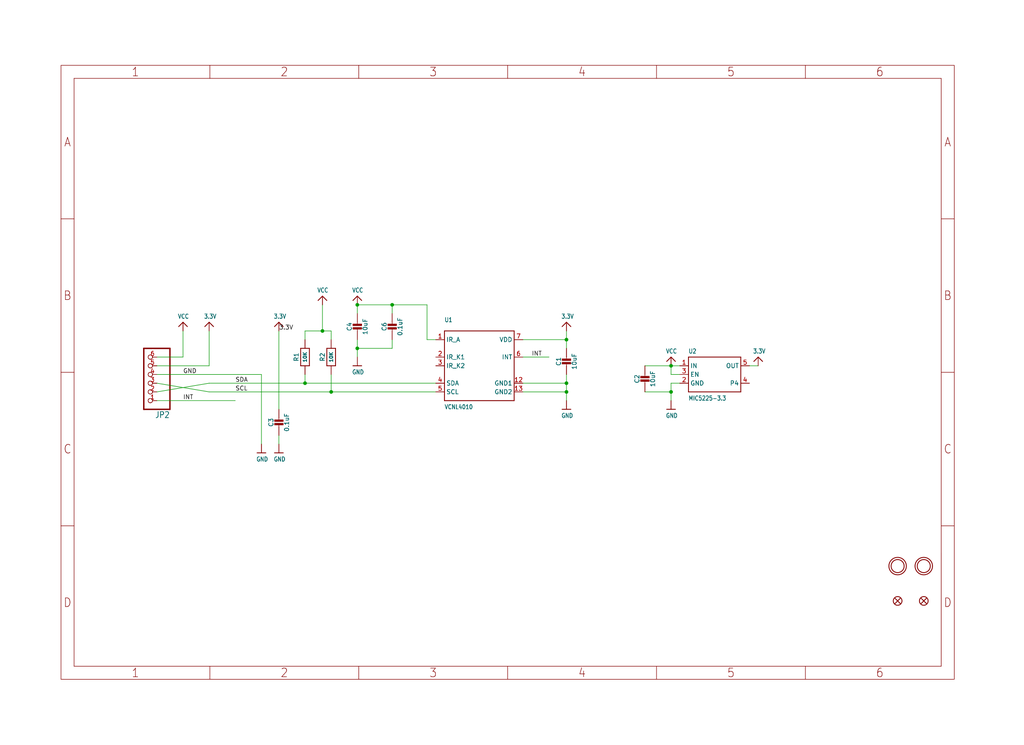
<source format=kicad_sch>
(kicad_sch (version 20230121) (generator eeschema)
  (paper "User" 298.45 217.322)
  (lib_symbols
    (symbol "working-eagle-import:3.3V" (power)
      (property "Value" "3.3V" (at -1.524 1.016 0))
      (symbol "3.3V_1_0"
        (polyline (pts (xy -1.27 -1.27) (xy 0 0)) (stroke (width 0.254)))
        (polyline (pts (xy 0 0) (xy 1.27 -1.27)) (stroke (width 0.254)))
        (pin power_in line (at 0 -2.54 90) (length 2.54) (name "3.3V") (number "1"))
      )
    )
    (symbol "working-eagle-import:CAP_CERAMIC0805-NOOUTLINE"
      (property "Reference" "C" (at -2.29 1.25 90))
      (symbol "CAP_CERAMIC0805-NOOUTLINE_1_0"
        (rectangle (start -1.27 0.508) (end 1.27 1.016) (fill (type outline)))
        (rectangle (start -1.27 1.524) (end 1.27 2.032) (fill (type outline)))
        (polyline (pts (xy 0 0.762) (xy 0 0)) (stroke (width 0.1524)))
        (polyline (pts (xy 0 2.54) (xy 0 1.778)) (stroke (width 0.1524)))
        (pin passive line (at 0 5.08 270) (length 2.54) (name "1") (number "1"))
        (pin passive line (at 0 -2.54 90) (length 2.54) (name "2") (number "2"))
      )
    )
    (symbol "working-eagle-import:FIDUCIAL{dblquote}{dblquote}"
      (symbol "FIDUCIAL{dblquote}{dblquote}_1_0"
        (polyline (pts (xy -0.762 0.762) (xy 0.762 -0.762)) (stroke (width 0.254)))
        (polyline (pts (xy 0.762 0.762) (xy -0.762 -0.762)) (stroke (width 0.254)))
        (circle (center 0 0) (radius 1.27) (stroke (width 0.254)))
      )
    )
    (symbol "working-eagle-import:FRAME_A4"
      (symbol "FRAME_A4_1_0"
        (polyline (pts (xy 0 44.7675) (xy 3.81 44.7675)))
        (polyline (pts (xy 0 89.535) (xy 3.81 89.535)))
        (polyline (pts (xy 0 134.3025) (xy 3.81 134.3025)))
        (polyline (pts (xy 3.81 3.81) (xy 3.81 175.26)))
        (polyline (pts (xy 43.3917 0) (xy 43.3917 3.81)))
        (polyline (pts (xy 43.3917 175.26) (xy 43.3917 179.07)))
        (polyline (pts (xy 86.7833 0) (xy 86.7833 3.81)))
        (polyline (pts (xy 86.7833 175.26) (xy 86.7833 179.07)))
        (polyline (pts (xy 130.175 0) (xy 130.175 3.81)))
        (polyline (pts (xy 130.175 175.26) (xy 130.175 179.07)))
        (polyline (pts (xy 173.5667 0) (xy 173.5667 3.81)))
        (polyline (pts (xy 173.5667 175.26) (xy 173.5667 179.07)))
        (polyline (pts (xy 216.9583 0) (xy 216.9583 3.81)))
        (polyline (pts (xy 216.9583 175.26) (xy 216.9583 179.07)))
        (polyline (pts (xy 256.54 3.81) (xy 3.81 3.81)))
        (polyline (pts (xy 256.54 3.81) (xy 256.54 8.89)) (stroke (width 0.1016)))
        (polyline (pts (xy 256.54 3.81) (xy 256.54 175.26)))
        (polyline (pts (xy 256.54 8.89) (xy 256.54 13.97)) (stroke (width 0.1016)))
        (polyline (pts (xy 256.54 13.97) (xy 256.54 19.05)) (stroke (width 0.1016)))
        (polyline (pts (xy 256.54 19.05) (xy 256.54 36.83)) (stroke (width 0.1016)))
        (polyline (pts (xy 256.54 44.7675) (xy 260.35 44.7675)))
        (polyline (pts (xy 256.54 89.535) (xy 260.35 89.535)))
        (polyline (pts (xy 256.54 134.3025) (xy 260.35 134.3025)))
        (polyline (pts (xy 256.54 175.26) (xy 3.81 175.26)))
        (polyline (pts (xy 0 0) (xy 260.35 0) (xy 260.35 179.07) (xy 0 179.07) (xy 0 0)))
        (text "1" (at 21.6958 1.905 0) (effects (font (size 2.54 2.286))))
        (text "1" (at 21.6958 177.165 0) (effects (font (size 2.54 2.286))))
        (text "2" (at 65.0875 1.905 0) (effects (font (size 2.54 2.286))))
        (text "2" (at 65.0875 177.165 0) (effects (font (size 2.54 2.286))))
        (text "3" (at 108.4792 1.905 0) (effects (font (size 2.54 2.286))))
        (text "3" (at 108.4792 177.165 0) (effects (font (size 2.54 2.286))))
        (text "4" (at 151.8708 1.905 0) (effects (font (size 2.54 2.286))))
        (text "4" (at 151.8708 177.165 0) (effects (font (size 2.54 2.286))))
        (text "5" (at 195.2625 1.905 0) (effects (font (size 2.54 2.286))))
        (text "5" (at 195.2625 177.165 0) (effects (font (size 2.54 2.286))))
        (text "6" (at 238.6542 1.905 0) (effects (font (size 2.54 2.286))))
        (text "6" (at 238.6542 177.165 0) (effects (font (size 2.54 2.286))))
        (text "A" (at 1.905 156.6863 0) (effects (font (size 2.54 2.286))))
        (text "A" (at 258.445 156.6863 0) (effects (font (size 2.54 2.286))))
        (text "B" (at 1.905 111.9188 0) (effects (font (size 2.54 2.286))))
        (text "B" (at 258.445 111.9188 0) (effects (font (size 2.54 2.286))))
        (text "C" (at 1.905 67.1513 0) (effects (font (size 2.54 2.286))))
        (text "C" (at 258.445 67.1513 0) (effects (font (size 2.54 2.286))))
        (text "D" (at 1.905 22.3838 0) (effects (font (size 2.54 2.286))))
        (text "D" (at 258.445 22.3838 0) (effects (font (size 2.54 2.286))))
      )
      (symbol "FRAME_A4_2_0"
        (polyline (pts (xy -0.3048 1.5748) (xy 20.0152 1.5748)) (stroke (width 0.6096)))
        (polyline (pts (xy -0.3048 10.4648) (xy -0.3048 1.5748)) (stroke (width 0.6096)))
        (polyline (pts (xy -0.3048 10.4648) (xy 20.0152 10.4648)) (stroke (width 0.3048)))
        (polyline (pts (xy -0.3048 19.3548) (xy -0.3048 10.4648)) (stroke (width 0.6096)))
        (polyline (pts (xy -0.3048 19.3548) (xy 20.0152 19.3548)) (stroke (width 0.3048)))
        (polyline (pts (xy -0.3048 28.2448) (xy -0.3048 19.3548)) (stroke (width 0.6096)))
        (polyline (pts (xy -0.3048 28.2448) (xy 20.0152 28.2448)) (stroke (width 0.3048)))
        (polyline (pts (xy -0.3048 34.5948) (xy -0.3048 28.2448)) (stroke (width 0.6096)))
        (polyline (pts (xy 20.0152 1.5748) (xy 20.0152 6.6548)) (stroke (width 0.3048)))
        (polyline (pts (xy 20.0152 1.5748) (xy 95.5802 1.5748)) (stroke (width 0.6096)))
        (polyline (pts (xy 20.0152 6.6548) (xy 20.0152 10.4648)) (stroke (width 0.3048)))
        (polyline (pts (xy 20.0152 6.6548) (xy 88.5952 6.6548)) (stroke (width 0.3048)))
        (polyline (pts (xy 20.0152 10.4648) (xy 20.0152 16.8148)) (stroke (width 0.3048)))
        (polyline (pts (xy 20.0152 16.8148) (xy 20.0152 19.3548)) (stroke (width 0.3048)))
        (polyline (pts (xy 20.0152 19.3548) (xy 20.0152 28.2448)) (stroke (width 0.3048)))
        (polyline (pts (xy 20.0152 28.2448) (xy 20.0152 34.5948)) (stroke (width 0.3048)))
        (polyline (pts (xy 20.0152 28.2448) (xy 105.7402 28.2448)) (stroke (width 0.3048)))
        (polyline (pts (xy 20.0152 34.5948) (xy -0.3048 34.5948)) (stroke (width 0.6096)))
        (polyline (pts (xy 88.5952 6.6548) (xy 95.5802 6.6548)) (stroke (width 0.3048)))
        (polyline (pts (xy 88.5952 16.8148) (xy 20.0152 16.8148)) (stroke (width 0.3048)))
        (polyline (pts (xy 88.5952 16.8148) (xy 88.5952 6.6548)) (stroke (width 0.3048)))
        (polyline (pts (xy 95.5802 1.5748) (xy 121.6152 1.5748)) (stroke (width 0.6096)))
        (polyline (pts (xy 95.5802 6.6548) (xy 95.5802 1.5748)) (stroke (width 0.3048)))
        (polyline (pts (xy 95.5802 6.6548) (xy 121.6152 6.6548)) (stroke (width 0.3048)))
        (polyline (pts (xy 101.2952 13.3223) (xy 102.2477 13.3223)) (stroke (width 0.254)))
        (polyline (pts (xy 105.7402 28.2448) (xy 105.7402 34.5948)) (stroke (width 0.3048)))
        (polyline (pts (xy 105.7402 28.2448) (xy 110.1852 28.2448)) (stroke (width 0.3048)))
        (polyline (pts (xy 105.7402 34.5948) (xy 20.0152 34.5948)) (stroke (width 0.6096)))
        (polyline (pts (xy 110.1852 16.8148) (xy 88.5952 16.8148)) (stroke (width 0.3048)))
        (polyline (pts (xy 110.1852 28.2448) (xy 110.1852 16.8148)) (stroke (width 0.3048)))
        (polyline (pts (xy 110.1852 28.2448) (xy 121.6152 28.2448)) (stroke (width 0.3048)))
        (polyline (pts (xy 121.6152 6.6548) (xy 121.6152 1.5748)) (stroke (width 0.6096)))
        (polyline (pts (xy 121.6152 16.8148) (xy 110.1852 16.8148)) (stroke (width 0.3048)))
        (polyline (pts (xy 121.6152 16.8148) (xy 121.6152 6.6548)) (stroke (width 0.6096)))
        (polyline (pts (xy 121.6152 28.2448) (xy 121.6152 16.8148)) (stroke (width 0.6096)))
        (polyline (pts (xy 121.6152 34.5948) (xy 105.7402 34.5948)) (stroke (width 0.6096)))
        (polyline (pts (xy 121.6152 34.5948) (xy 121.6152 28.2448)) (stroke (width 0.6096)))
        (circle (center 109.2327 31.4198) (radius 1.4199) (stroke (width 0.254)))
        (text "${#}/${##}" (at 108.9152 2.8448 0) (effects (font (size 2.54 2.54)) (justify left bottom)))
        (text "${CHECKED}" (at 2.2352 11.7348 0) (effects (font (size 1.778 1.5113)) (justify left bottom)))
        (text "${COMPANY}" (at 23.349 29.6735 0) (effects (font (size 3.175 2.6987) (thickness 0.5397) bold) (justify left bottom)))
        (text "${CURRENT_DATE}" (at 32.7152 9.1948 0) (effects (font (size 2.54 2.159)) (justify left bottom)))
        (text "${DATE}" (at 2.2352 2.8448 0) (effects (font (size 1.778 1.5113)) (justify left bottom)))
        (text "${DRAWN}" (at 2.2352 20.6248 0) (effects (font (size 1.778 1.5113)) (justify left bottom)))
        (text "${DRGNO}" (at 91.1352 9.1948 0) (effects (font (size 2.1844 1.8567)) (justify left bottom)))
        (text "${PROJECTNAME}" (at 33.0327 2.8448 0) (effects (font (size 2.54 2.159)) (justify left bottom)))
        (text "${REV}" (at 113.9952 18.7198 0) (effects (font (size 3.81 3.2385)) (justify left bottom)))
        (text "2015" (at 112.4077 30.4673 0) (effects (font (size 1.778 1.5113)) (justify left bottom)))
        (text "C" (at 108.7564 30.7848 0) (effects (font (size 1.27 1.0795)) (justify left bottom)))
        (text "CHECKED" (at 0.9652 16.1798 0) (effects (font (size 1.778 1.5113)) (justify left bottom)))
        (text "DATE" (at 0.9652 7.2898 0) (effects (font (size 1.778 1.5113)) (justify left bottom)))
        (text "DATE" (at 21.2852 13.0048 0) (effects (font (size 2.54 2.54)) (justify left bottom)))
        (text "DRAWN" (at 0.9652 25.0698 0) (effects (font (size 1.778 1.5113)) (justify left bottom)))
        (text "DRG" (at 89.8652 13.0048 0) (effects (font (size 2.54 2.54)) (justify left bottom)))
        (text "FILE:" (at 21.2852 2.8448 0) (effects (font (size 2.54 2.54)) (justify left bottom)))
        (text "ISSUE" (at 5.0927 30.4673 0) (effects (font (size 1.9304 1.6408)) (justify left bottom)))
        (text "N" (at 98.4377 13.0048 0) (effects (font (size 2.54 2.54)) (justify left bottom)))
        (text "o" (at 100.9777 13.9573 0) (effects (font (size 2.1844 1.8567)) (justify left bottom)))
        (text "PAGE:" (at 96.8502 2.8448 0) (effects (font (size 2.54 2.54)) (justify left bottom)))
        (text "REV" (at 112.4077 24.4348 0) (effects (font (size 2.54 2.54)) (justify left bottom)))
        (text "TITLE" (at 21.2852 24.4348 0) (effects (font (size 2.54 2.54)) (justify left bottom)))
      )
    )
    (symbol "working-eagle-import:GND" (power)
      (property "Value" "GND" (at -1.524 -2.54 0))
      (symbol "GND_1_0"
        (polyline (pts (xy -1.27 0) (xy 1.27 0)) (stroke (width 0.254)))
        (pin power_in line (at 0 2.54 270) (length 2.54) (name "GND") (number "1"))
      )
    )
    (symbol "working-eagle-import:HEADER-1X676MIL"
      (property "Reference" "JP" (at -6.35 10.795 0))
      (symbol "HEADER-1X676MIL_1_0"
        (polyline (pts (xy -6.35 -7.62) (xy 1.27 -7.62)) (stroke (width 0.4064)))
        (polyline (pts (xy -6.35 10.16) (xy -6.35 -7.62)) (stroke (width 0.4064)))
        (polyline (pts (xy 1.27 -7.62) (xy 1.27 10.16)) (stroke (width 0.4064)))
        (polyline (pts (xy 1.27 10.16) (xy -6.35 10.16)) (stroke (width 0.4064)))
        (pin passive inverted (at -2.54 7.62 0) (length 2.54) (name "1") (number "1"))
        (pin passive inverted (at -2.54 5.08 0) (length 2.54) (name "2") (number "2"))
        (pin passive inverted (at -2.54 2.54 0) (length 2.54) (name "3") (number "3"))
        (pin passive inverted (at -2.54 0 0) (length 2.54) (name "4") (number "4"))
        (pin passive inverted (at -2.54 -2.54 0) (length 2.54) (name "5") (number "5"))
        (pin passive inverted (at -2.54 -5.08 0) (length 2.54) (name "6") (number "6"))
      )
    )
    (symbol "working-eagle-import:MOUNTINGHOLE2.5"
      (symbol "MOUNTINGHOLE2.5_1_0"
        (circle (center 0 0) (radius 1.905) (stroke (width 0.254)))
        (circle (center 0 0) (radius 2.54) (stroke (width 0.254)))
      )
    )
    (symbol "working-eagle-import:RESISTOR0805_NOOUTLINE"
      (property "Reference" "R" (at 0 2.54 0))
      (symbol "RESISTOR0805_NOOUTLINE_1_0"
        (polyline (pts (xy -2.54 -1.27) (xy -2.54 1.27)) (stroke (width 0.254)))
        (polyline (pts (xy -2.54 1.27) (xy 2.54 1.27)) (stroke (width 0.254)))
        (polyline (pts (xy 2.54 -1.27) (xy -2.54 -1.27)) (stroke (width 0.254)))
        (polyline (pts (xy 2.54 1.27) (xy 2.54 -1.27)) (stroke (width 0.254)))
        (pin passive line (at -5.08 0 0) (length 2.54) (name "1") (number "1"))
        (pin passive line (at 5.08 0 180) (length 2.54) (name "2") (number "2"))
      )
    )
    (symbol "working-eagle-import:VCC" (power)
      (property "Value" "VCC" (at -1.524 1.016 0))
      (symbol "VCC_1_0"
        (polyline (pts (xy -1.27 -1.27) (xy 0 0)) (stroke (width 0.254)))
        (polyline (pts (xy 0 0) (xy 1.27 -1.27)) (stroke (width 0.254)))
        (pin power_in line (at 0 -2.54 90) (length 2.54) (name "VCC") (number "1"))
      )
    )
    (symbol "working-eagle-import:VCNL4010"
      (property "Reference" "U" (at -10.16 12.7 0))
      (symbol "VCNL4010_1_0"
        (polyline (pts (xy -10.16 -10.16) (xy -10.16 10.16)) (stroke (width 0.254)))
        (polyline (pts (xy -10.16 10.16) (xy 10.16 10.16)) (stroke (width 0.254)))
        (polyline (pts (xy 10.16 -10.16) (xy -10.16 -10.16)) (stroke (width 0.254)))
        (polyline (pts (xy 10.16 10.16) (xy 10.16 -10.16)) (stroke (width 0.254)))
        (pin bidirectional line (at -12.7 7.62 0) (length 2.54) (name "IR_A") (number "1"))
        (pin power_in line (at 12.7 -5.08 180) (length 2.54) (name "GND1") (number "12"))
        (pin power_in line (at 12.7 -7.62 180) (length 2.54) (name "GND2") (number "13"))
        (pin bidirectional line (at -12.7 2.54 0) (length 2.54) (name "IR_K1") (number "2"))
        (pin bidirectional line (at -12.7 0 0) (length 2.54) (name "IR_K2") (number "3"))
        (pin open_collector line (at -12.7 -5.08 0) (length 2.54) (name "SDA") (number "4"))
        (pin open_collector line (at -12.7 -7.62 0) (length 2.54) (name "SCL") (number "5"))
        (pin output line (at 12.7 2.54 180) (length 2.54) (name "INT") (number "6"))
        (pin power_in line (at 12.7 7.62 180) (length 2.54) (name "VDD") (number "7"))
      )
    )
    (symbol "working-eagle-import:VREG_SOT23-5"
      (property "Reference" "U" (at -7.62 6.096 0))
      (symbol "VREG_SOT23-5_1_0"
        (polyline (pts (xy -7.62 -5.08) (xy -7.62 5.08)) (stroke (width 0.254)))
        (polyline (pts (xy -7.62 5.08) (xy 7.62 5.08)) (stroke (width 0.254)))
        (polyline (pts (xy 7.62 -5.08) (xy -7.62 -5.08)) (stroke (width 0.254)))
        (polyline (pts (xy 7.62 5.08) (xy 7.62 -5.08)) (stroke (width 0.254)))
        (pin power_in line (at -10.16 2.54 0) (length 2.54) (name "IN") (number "1"))
        (pin power_in line (at -10.16 -2.54 0) (length 2.54) (name "GND") (number "2"))
        (pin input line (at -10.16 0 0) (length 2.54) (name "EN") (number "3"))
        (pin bidirectional line (at 10.16 -2.54 180) (length 2.54) (name "P4") (number "4"))
        (pin power_in line (at 10.16 2.54 180) (length 2.54) (name "OUT") (number "5"))
      )
    )
  )
  (junction (at 96.52 114.3))
  (junction (at 88.9 111.76))
  (junction (at 104.14 101.6))
  (junction (at 165.1 114.3))
  (junction (at 195.58 114.3))
  (junction (at 165.1 99.06))
  (junction (at 165.1 111.76))
  (junction (at 104.14 88.9))
  (junction (at 114.3 88.9))
  (junction (at 195.58 106.68))
  (junction (at 93.98 96.52))
  (wire (pts (xy 124.46 99.06) (xy 127 99.06)) (stroke (width 0.1524)))
  (wire (pts (xy 127 114.3) (xy 96.52 114.3)) (stroke (width 0.1524)))
  (wire (pts (xy 88.9 109.22) (xy 88.9 111.76)) (stroke (width 0.1524)))
  (wire (pts (xy 165.1 99.06) (xy 165.1 96.52)) (stroke (width 0.1524)))
  (wire (pts (xy 218.44 106.68) (xy 220.98 106.68)) (stroke (width 0.1524)))
  (wire (pts (xy 104.14 99.06) (xy 104.14 101.6)) (stroke (width 0.1524)))
  (wire (pts (xy 198.12 111.76) (xy 195.58 111.76)) (stroke (width 0.1524)))
  (wire (pts (xy 96.52 109.22) (xy 96.52 114.3)) (stroke (width 0.1524)))
  (wire (pts (xy 195.58 109.22) (xy 195.58 106.68)) (stroke (width 0.1524)))
  (wire (pts (xy 124.46 88.9) (xy 124.46 99.06)) (stroke (width 0.1524)))
  (wire (pts (xy 195.58 111.76) (xy 195.58 114.3)) (stroke (width 0.1524)))
  (wire (pts (xy 104.14 101.6) (xy 114.3 101.6)) (stroke (width 0.1524)))
  (wire (pts (xy 104.14 101.6) (xy 104.14 104.14)) (stroke (width 0.1524)))
  (wire (pts (xy 45.72 109.22) (xy 76.2 109.22)) (stroke (width 0.1524)))
  (wire (pts (xy 96.52 114.3) (xy 60.96 114.3)) (stroke (width 0.1524)))
  (wire (pts (xy 81.28 127) (xy 81.28 129.54)) (stroke (width 0.1524)))
  (wire (pts (xy 93.98 88.9) (xy 93.98 96.52)) (stroke (width 0.1524)))
  (wire (pts (xy 165.1 111.76) (xy 165.1 114.3)) (stroke (width 0.1524)))
  (wire (pts (xy 195.58 114.3) (xy 195.58 116.84)) (stroke (width 0.1524)))
  (wire (pts (xy 165.1 114.3) (xy 165.1 116.84)) (stroke (width 0.1524)))
  (wire (pts (xy 93.98 96.52) (xy 96.52 96.52)) (stroke (width 0.1524)))
  (wire (pts (xy 60.96 106.68) (xy 60.96 96.52)) (stroke (width 0.1524)))
  (wire (pts (xy 187.96 106.68) (xy 195.58 106.68)) (stroke (width 0.1524)))
  (wire (pts (xy 152.4 104.14) (xy 160.02 104.14)) (stroke (width 0.1524)))
  (wire (pts (xy 45.72 114.3) (xy 60.96 111.76)) (stroke (width 0.1524)))
  (wire (pts (xy 114.3 88.9) (xy 124.46 88.9)) (stroke (width 0.1524)))
  (wire (pts (xy 88.9 96.52) (xy 88.9 99.06)) (stroke (width 0.1524)))
  (wire (pts (xy 96.52 96.52) (xy 96.52 99.06)) (stroke (width 0.1524)))
  (wire (pts (xy 45.72 111.76) (xy 60.96 114.3)) (stroke (width 0.1524)))
  (wire (pts (xy 81.28 96.52) (xy 81.28 119.38)) (stroke (width 0.1524)))
  (wire (pts (xy 165.1 109.22) (xy 165.1 111.76)) (stroke (width 0.1524)))
  (wire (pts (xy 104.14 88.9) (xy 104.14 91.44)) (stroke (width 0.1524)))
  (wire (pts (xy 187.96 114.3) (xy 195.58 114.3)) (stroke (width 0.1524)))
  (wire (pts (xy 45.72 104.14) (xy 53.34 104.14)) (stroke (width 0.1524)))
  (wire (pts (xy 114.3 101.6) (xy 114.3 99.06)) (stroke (width 0.1524)))
  (wire (pts (xy 45.72 116.84) (xy 68.58 116.84)) (stroke (width 0.1524)))
  (wire (pts (xy 127 111.76) (xy 88.9 111.76)) (stroke (width 0.1524)))
  (wire (pts (xy 45.72 106.68) (xy 60.96 106.68)) (stroke (width 0.1524)))
  (wire (pts (xy 152.4 99.06) (xy 165.1 99.06)) (stroke (width 0.1524)))
  (wire (pts (xy 104.14 88.9) (xy 114.3 88.9)) (stroke (width 0.1524)))
  (wire (pts (xy 88.9 96.52) (xy 93.98 96.52)) (stroke (width 0.1524)))
  (wire (pts (xy 198.12 109.22) (xy 195.58 109.22)) (stroke (width 0.1524)))
  (wire (pts (xy 76.2 109.22) (xy 76.2 129.54)) (stroke (width 0.1524)))
  (wire (pts (xy 53.34 104.14) (xy 53.34 96.52)) (stroke (width 0.1524)))
  (wire (pts (xy 88.9 111.76) (xy 60.96 111.76)) (stroke (width 0.1524)))
  (wire (pts (xy 198.12 106.68) (xy 195.58 106.68)) (stroke (width 0.1524)))
  (wire (pts (xy 114.3 88.9) (xy 114.3 91.44)) (stroke (width 0.1524)))
  (wire (pts (xy 152.4 111.76) (xy 165.1 111.76)) (stroke (width 0.1524)))
  (wire (pts (xy 152.4 114.3) (xy 165.1 114.3)) (stroke (width 0.1524)))
  (wire (pts (xy 165.1 99.06) (xy 165.1 101.6)) (stroke (width 0.1524)))
  (label "SCL" (at 68.58 114.3 0) (effects (font (size 1.2446 1.2446))))
  (label "3.3V" (at 81.28 96.52 0) (effects (font (size 1.2446 1.2446))))
  (label "INT" (at 154.94 104.14 0) (effects (font (size 1.2446 1.2446))))
  (label "SDA" (at 68.58 111.76 0) (effects (font (size 1.2446 1.2446))))
  (label "GND" (at 53.34 109.22 0) (effects (font (size 1.2446 1.2446))))
  (label "INT" (at 53.34 116.84 0) (effects (font (size 1.2446 1.2446))))
  (symbol (lib_id "working-eagle-import:CAP_CERAMIC0805-NOOUTLINE") (at 81.28 124.46 0) (unit 1)
    (property "Reference" "C3" (at 78.99 123.21 90))
    (property "Value" "0.1uF" (at 83.58 123.21 90))
    (property "Footprint" "working:0805-NO" (effects hide))
  )
  (symbol (lib_id "working-eagle-import:VCC") (at 195.58 104.14 0) (unit 1)
    (property "Reference" "#P+1" (effects hide))
    (property "Value" "VCC" (at 194.056 103.124 0) (effects (font (size 1.27 1.0795)) (justify left bottom)))
  )
  (symbol (lib_id "working-eagle-import:CAP_CERAMIC0805-NOOUTLINE") (at 187.96 111.76 0) (unit 1)
    (property "Reference" "C2" (at 185.67 110.51 90))
    (property "Value" "10uF" (at 190.26 110.51 90))
    (property "Footprint" "working:0805-NO" (effects hide))
  )
  (symbol (lib_id "working-eagle-import:GND") (at 81.28 132.08 0) (unit 1)
    (property "Reference" "#U$4" (effects hide))
    (property "Value" "GND" (at 79.756 134.62 0) (effects (font (size 1.27 1.0795)) (justify left bottom)))
  )
  (symbol (lib_id "working-eagle-import:VREG_SOT23-5") (at 208.28 109.22 0) (unit 1)
    (property "Reference" "U2" (at 200.66 103.124 0) (effects (font (size 1.27 1.0795)) (justify left bottom)))
    (property "Value" "MIC5225-3.3" (at 200.66 116.84 0) (effects (font (size 1.27 1.0795)) (justify left bottom)))
    (property "Footprint" "working:SOT23-5" (effects hide))
  )
  (symbol (lib_id "working-eagle-import:RESISTOR0805_NOOUTLINE") (at 88.9 104.14 90) (unit 1)
    (property "Reference" "R1" (at 86.36 104.14 0))
    (property "Value" "10K" (at 88.9 104.14 0) (effects (font (size 1.016 1.016) bold)))
    (property "Footprint" "working:0805-NO" (effects hide))
  )
  (symbol (lib_id "working-eagle-import:CAP_CERAMIC0805-NOOUTLINE") (at 114.3 96.52 0) (unit 1)
    (property "Reference" "C6" (at 112.01 95.27 90))
    (property "Value" "0.1uF" (at 116.6 95.27 90))
    (property "Footprint" "working:0805-NO" (effects hide))
  )
  (symbol (lib_id "working-eagle-import:VCC") (at 53.34 93.98 0) (unit 1)
    (property "Reference" "#P+2" (effects hide))
    (property "Value" "VCC" (at 51.816 92.964 0) (effects (font (size 1.27 1.0795)) (justify left bottom)))
  )
  (symbol (lib_id "working-eagle-import:GND") (at 76.2 132.08 0) (unit 1)
    (property "Reference" "#U$12" (effects hide))
    (property "Value" "GND" (at 74.676 134.62 0) (effects (font (size 1.27 1.0795)) (justify left bottom)))
  )
  (symbol (lib_id "working-eagle-import:HEADER-1X676MIL") (at 43.18 109.22 180) (unit 1)
    (property "Reference" "JP2" (at 49.53 120.015 0) (effects (font (size 1.778 1.5113)) (justify left bottom)))
    (property "Value" "HEADER-1X676MIL" (effects hide))
    (property "Footprint" "working:1X06_ROUND_76" (effects hide))
  )
  (symbol (lib_id "working-eagle-import:FRAME_A4") (at 17.78 198.12 0) (unit 1)
    (property "Reference" "#FRAME1" (effects hide))
    (property "Value" "FRAME_A4" (effects hide))
  )
  (symbol (lib_id "working-eagle-import:MOUNTINGHOLE2.5") (at 269.24 165.1 0) (unit 1)
    (property "Reference" "U$5" (effects hide))
    (property "Value" "MOUNTINGHOLE2.5" (effects hide))
    (property "Footprint" "working:MOUNTINGHOLE_2.5_PLATED" (effects hide))
  )
  (symbol (lib_id "working-eagle-import:VCC") (at 104.14 86.36 0) (unit 1)
    (property "Reference" "#P+3" (effects hide))
    (property "Value" "VCC" (at 102.616 85.344 0) (effects (font (size 1.27 1.0795)) (justify left bottom)))
  )
  (symbol (lib_id "working-eagle-import:GND") (at 104.14 106.68 0) (unit 1)
    (property "Reference" "#U$11" (effects hide))
    (property "Value" "GND" (at 102.616 109.22 0) (effects (font (size 1.27 1.0795)) (justify left bottom)))
  )
  (symbol (lib_id "working-eagle-import:CAP_CERAMIC0805-NOOUTLINE") (at 104.14 96.52 0) (unit 1)
    (property "Reference" "C4" (at 101.85 95.27 90))
    (property "Value" "10uF" (at 106.44 95.27 90))
    (property "Footprint" "working:0805-NO" (effects hide))
  )
  (symbol (lib_id "working-eagle-import:3.3V") (at 165.1 93.98 0) (unit 1)
    (property "Reference" "#U$3" (effects hide))
    (property "Value" "3.3V" (at 163.576 92.964 0) (effects (font (size 1.27 1.0795)) (justify left bottom)))
  )
  (symbol (lib_id "working-eagle-import:GND") (at 195.58 119.38 0) (unit 1)
    (property "Reference" "#U$9" (effects hide))
    (property "Value" "GND" (at 194.056 121.92 0) (effects (font (size 1.27 1.0795)) (justify left bottom)))
  )
  (symbol (lib_id "working-eagle-import:3.3V") (at 60.96 93.98 0) (unit 1)
    (property "Reference" "#U$15" (effects hide))
    (property "Value" "3.3V" (at 59.436 92.964 0) (effects (font (size 1.27 1.0795)) (justify left bottom)))
  )
  (symbol (lib_id "working-eagle-import:MOUNTINGHOLE2.5") (at 261.62 165.1 0) (unit 1)
    (property "Reference" "U$6" (effects hide))
    (property "Value" "MOUNTINGHOLE2.5" (effects hide))
    (property "Footprint" "working:MOUNTINGHOLE_2.5_PLATED" (effects hide))
  )
  (symbol (lib_id "working-eagle-import:RESISTOR0805_NOOUTLINE") (at 96.52 104.14 90) (unit 1)
    (property "Reference" "R2" (at 93.98 104.14 0))
    (property "Value" "10K" (at 96.52 104.14 0) (effects (font (size 1.016 1.016) bold)))
    (property "Footprint" "working:0805-NO" (effects hide))
  )
  (symbol (lib_id "working-eagle-import:FIDUCIAL{dblquote}{dblquote}") (at 269.24 175.26 0) (unit 1)
    (property "Reference" "U$7" (effects hide))
    (property "Value" "FIDUCIAL{dblquote}{dblquote}" (effects hide))
    (property "Footprint" "working:FIDUCIAL_1MM" (effects hide))
  )
  (symbol (lib_id "working-eagle-import:3.3V") (at 220.98 104.14 0) (unit 1)
    (property "Reference" "#U$10" (effects hide))
    (property "Value" "3.3V" (at 219.456 103.124 0) (effects (font (size 1.27 1.0795)) (justify left bottom)))
  )
  (symbol (lib_id "working-eagle-import:3.3V") (at 81.28 93.98 0) (unit 1)
    (property "Reference" "#U$2" (effects hide))
    (property "Value" "3.3V" (at 79.756 92.964 0) (effects (font (size 1.27 1.0795)) (justify left bottom)))
  )
  (symbol (lib_id "working-eagle-import:CAP_CERAMIC0805-NOOUTLINE") (at 165.1 106.68 0) (unit 1)
    (property "Reference" "C1" (at 162.81 105.43 90))
    (property "Value" "10uF" (at 167.4 105.43 90))
    (property "Footprint" "working:0805-NO" (effects hide))
  )
  (symbol (lib_id "working-eagle-import:VCC") (at 93.98 86.36 0) (unit 1)
    (property "Reference" "#P+4" (effects hide))
    (property "Value" "VCC" (at 92.456 85.344 0) (effects (font (size 1.27 1.0795)) (justify left bottom)))
  )
  (symbol (lib_id "working-eagle-import:GND") (at 165.1 119.38 0) (unit 1)
    (property "Reference" "#U$1" (effects hide))
    (property "Value" "GND" (at 163.576 121.92 0) (effects (font (size 1.27 1.0795)) (justify left bottom)))
  )
  (symbol (lib_id "working-eagle-import:FIDUCIAL{dblquote}{dblquote}") (at 261.62 175.26 0) (unit 1)
    (property "Reference" "U$8" (effects hide))
    (property "Value" "FIDUCIAL{dblquote}{dblquote}" (effects hide))
    (property "Footprint" "working:FIDUCIAL_1MM" (effects hide))
  )
  (symbol (lib_id "working-eagle-import:VCNL4010") (at 139.7 106.68 0) (unit 1)
    (property "Reference" "U1" (at 129.54 93.98 0) (effects (font (size 1.27 1.0795)) (justify left bottom)))
    (property "Value" "VCNL4010" (at 129.54 119.38 0) (effects (font (size 1.27 1.0795)) (justify left bottom)))
    (property "Footprint" "working:VCNL4010" (effects hide))
  )
)
</source>
